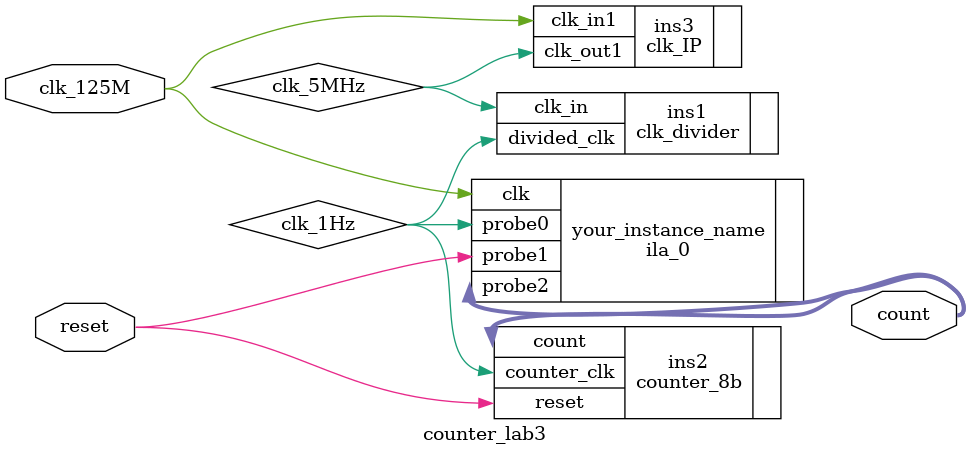
<source format=v>
`timescale 1ns / 1ps

module counter_lab3(
    input clk_125M,
    input reset,
    output [7:0] count
    );
    wire clk_5MHz, clk_1Hz;
      clk_IP ins3
   (
    .clk_out1(clk_5MHz),     // output clk_out1
    .clk_in1(clk_125M));
    
    clk_divider ins1(.clk_in(clk_5MHz), .divided_clk(clk_1Hz));
    counter_8b ins2(.counter_clk(clk_1Hz), .reset(reset), .count(count));
    
    ila_0 your_instance_name (
	.clk(clk_125M), // input wire clk
	.probe0(clk_1Hz), // input wire [0:0]  probe0  
	.probe1(reset), // input wire [0:0]  probe1 
	.probe2(count) // input wire [7:0]  probe2
);  
endmodule

</source>
